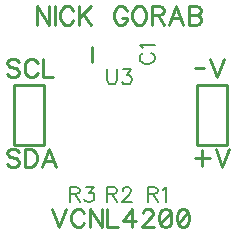
<source format=gto>
G04 DipTrace 3.2.0.1*
G04 09342-01_gorabn6_0_10.gto*
%MOIN*%
G04 #@! TF.FileFunction,Legend,Top*
G04 #@! TF.Part,Single*
%ADD10C,0.009843*%
%ADD38C,0.00772*%
%ADD39C,0.009264*%
%FSLAX26Y26*%
G04*
G70*
G90*
G75*
G01*
G04 TopSilk*
%LPD*%
X540004Y890260D2*
D10*
X440004D1*
X540004Y690260D2*
Y890260D1*
Y690260D2*
X440004D1*
Y890260D1*
X699491Y968429D2*
Y1019571D1*
X1050201Y690260D2*
X1150201D1*
X1050201Y890260D2*
Y690260D1*
Y890260D2*
X1150201D1*
Y690260D1*
X870141Y998219D2*
D38*
X865388Y995842D1*
X860579Y991034D1*
X858203Y986280D1*
Y976719D1*
X860579Y971910D1*
X865388Y967157D1*
X870141Y964725D1*
X877326Y962349D1*
X889320D1*
X896449Y964725D1*
X901258Y967157D1*
X906011Y971910D1*
X908443Y976719D1*
Y986280D1*
X906011Y991034D1*
X901258Y995842D1*
X896449Y998219D1*
X867820Y1013658D2*
X865388Y1018466D1*
X858258Y1025651D1*
X908443D1*
X885387Y527519D2*
X906887D1*
X914072Y529951D1*
X916504Y532327D1*
X918881Y537081D1*
Y541889D1*
X916504Y546642D1*
X914072Y549074D1*
X906887Y551451D1*
X885387D1*
Y501211D1*
X902134Y527519D2*
X918881Y501211D1*
X934320Y541834D2*
X939128Y544266D1*
X946313Y551395D1*
Y501211D1*
X749637Y527519D2*
X771137D1*
X778322Y529951D1*
X780754Y532327D1*
X783131Y537081D1*
Y541889D1*
X780754Y546642D1*
X778322Y549074D1*
X771137Y551451D1*
X749637D1*
Y501211D1*
X766384Y527519D2*
X783131Y501211D1*
X801002Y539457D2*
Y541834D1*
X803378Y546642D1*
X805755Y549019D1*
X810564Y551395D1*
X820125D1*
X824878Y549019D1*
X827255Y546642D1*
X829687Y541834D1*
Y537081D1*
X827255Y532272D1*
X822502Y525142D1*
X798570Y501211D1*
X832063D1*
X624637Y527519D2*
X646137D1*
X653322Y529951D1*
X655754Y532327D1*
X658131Y537081D1*
Y541889D1*
X655754Y546642D1*
X653322Y549074D1*
X646137Y551451D1*
X624637D1*
Y501211D1*
X641384Y527519D2*
X658131Y501211D1*
X678378Y551395D2*
X704631D1*
X690317Y532272D1*
X697502D1*
X702255Y529896D1*
X704631Y527519D1*
X707063Y520334D1*
Y515581D1*
X704631Y508396D1*
X699878Y503587D1*
X692693Y501211D1*
X685508D1*
X678378Y503587D1*
X676002Y506019D1*
X673570Y510772D1*
X749637Y943601D2*
Y907731D1*
X752014Y900546D1*
X756822Y895793D1*
X764008Y893361D1*
X768761D1*
X775946Y895793D1*
X780754Y900546D1*
X783131Y907731D1*
Y943601D1*
X803378Y943546D2*
X829631D1*
X815317Y924423D1*
X822502D1*
X827255Y922046D1*
X829631Y919669D1*
X832063Y912484D1*
Y907731D1*
X829631Y900546D1*
X824878Y895738D1*
X817693Y893361D1*
X810508D1*
X803378Y895738D1*
X801002Y898169D1*
X798570Y902923D1*
X565851Y478281D2*
D39*
X588799Y417993D1*
X611747Y478281D1*
X673318Y463955D2*
X670466Y469659D1*
X664696Y475429D1*
X658992Y478281D1*
X647518D1*
X641748Y475429D1*
X636044Y469659D1*
X633126Y463955D1*
X630274Y455333D1*
Y440941D1*
X633126Y432385D1*
X636044Y426615D1*
X641748Y420911D1*
X647518Y417993D1*
X658992D1*
X664696Y420911D1*
X670466Y426615D1*
X673318Y432385D1*
X732037Y478281D2*
Y417993D1*
X691845Y478281D1*
Y417993D1*
X750564Y478281D2*
Y417993D1*
X784986D1*
X832231D2*
Y478214D1*
X803513Y438089D1*
X846557D1*
X868002Y463889D2*
Y466741D1*
X870854Y472511D1*
X873706Y475363D1*
X879476Y478214D1*
X890950D1*
X896654Y475363D1*
X899506Y472511D1*
X902424Y466741D1*
Y461037D1*
X899506Y455267D1*
X893802Y446711D1*
X865084Y417993D1*
X905276D1*
X941047Y478214D2*
X932425Y475363D1*
X926655Y466741D1*
X923803Y452415D1*
Y443793D1*
X926655Y429467D1*
X932425Y420845D1*
X941047Y417993D1*
X946751D1*
X955373Y420845D1*
X961077Y429467D1*
X963995Y443793D1*
Y452415D1*
X961077Y466741D1*
X955373Y475363D1*
X946751Y478214D1*
X941047D1*
X961077Y466741D2*
X926655Y429467D1*
X999766Y478214D2*
X991144Y475363D1*
X985374Y466741D1*
X982522Y452415D1*
Y443793D1*
X985374Y429467D1*
X991144Y420845D1*
X999766Y417993D1*
X1005470D1*
X1014092Y420845D1*
X1019796Y429467D1*
X1022714Y443793D1*
Y452415D1*
X1019796Y466741D1*
X1014092Y475363D1*
X1005470Y478214D1*
X999766D1*
X1019796Y466741D2*
X985374Y429467D1*
X556043Y1153281D2*
Y1092993D1*
X515851Y1153281D1*
Y1092993D1*
X574570Y1153281D2*
Y1092993D1*
X636141Y1138955D2*
X633289Y1144659D1*
X627519Y1150429D1*
X621815Y1153281D1*
X610341D1*
X604571Y1150429D1*
X598867Y1144659D1*
X595949Y1138955D1*
X593097Y1130333D1*
Y1115941D1*
X595949Y1107385D1*
X598867Y1101615D1*
X604571Y1095911D1*
X610341Y1092993D1*
X621815D1*
X627519Y1095911D1*
X633289Y1101615D1*
X636141Y1107385D1*
X654668Y1153281D2*
Y1092993D1*
X694860Y1153281D2*
X654668Y1113089D1*
X668994Y1127481D2*
X694860Y1092993D1*
X814752Y1138955D2*
X811900Y1144659D1*
X806130Y1150429D1*
X800426Y1153281D1*
X788952D1*
X783182Y1150429D1*
X777479Y1144659D1*
X774560Y1138955D1*
X771708Y1130333D1*
Y1115941D1*
X774560Y1107385D1*
X777479Y1101615D1*
X783182Y1095911D1*
X788952Y1092993D1*
X800426D1*
X806130Y1095911D1*
X811900Y1101615D1*
X814752Y1107385D1*
Y1115941D1*
X800426D1*
X850524Y1153281D2*
X844753Y1150429D1*
X839050Y1144659D1*
X836131Y1138955D1*
X833279Y1130333D1*
Y1115941D1*
X836131Y1107385D1*
X839050Y1101615D1*
X844753Y1095911D1*
X850524Y1092993D1*
X861997D1*
X867701Y1095911D1*
X873471Y1101615D1*
X876323Y1107385D1*
X879175Y1115941D1*
Y1130333D1*
X876323Y1138955D1*
X873471Y1144659D1*
X867701Y1150429D1*
X861997Y1153281D1*
X850524D1*
X897702Y1124563D2*
X923502D1*
X932124Y1127481D1*
X935042Y1130333D1*
X937894Y1136037D1*
Y1141807D1*
X935042Y1147511D1*
X932124Y1150429D1*
X923502Y1153281D1*
X897702D1*
Y1092993D1*
X917798Y1124563D2*
X937894Y1092993D1*
X1002384D2*
X979369Y1153281D1*
X956421Y1092993D1*
X965043Y1113089D2*
X993762D1*
X1020911Y1153281D2*
Y1092993D1*
X1046777D1*
X1055399Y1095911D1*
X1058251Y1098763D1*
X1061103Y1104467D1*
Y1113089D1*
X1058251Y1118859D1*
X1055399Y1121711D1*
X1046777Y1124563D1*
X1055399Y1127481D1*
X1058251Y1130333D1*
X1061103Y1136037D1*
Y1141807D1*
X1058251Y1147511D1*
X1055399Y1150429D1*
X1046777Y1153281D1*
X1020911D1*
Y1124563D2*
X1046777D1*
X456042Y969659D2*
X450339Y975429D1*
X441717Y978281D1*
X430243D1*
X421621Y975429D1*
X415850Y969659D1*
Y963955D1*
X418769Y958185D1*
X421621Y955333D1*
X427324Y952482D1*
X444568Y946711D1*
X450339Y943859D1*
X453190Y940941D1*
X456042Y935237D1*
Y926615D1*
X450339Y920912D1*
X441717Y917993D1*
X430243D1*
X421621Y920912D1*
X415850Y926615D1*
X517613Y963955D2*
X514761Y969659D1*
X508991Y975429D1*
X503288Y978281D1*
X491814D1*
X486043Y975429D1*
X480340Y969659D1*
X477421Y963955D1*
X474569Y955333D1*
Y940941D1*
X477421Y932386D1*
X480340Y926615D1*
X486043Y920912D1*
X491814Y917993D1*
X503288D1*
X508991Y920912D1*
X514761Y926615D1*
X517613Y932386D1*
X536141Y978281D2*
Y917993D1*
X570562D1*
X456042Y669659D2*
X450339Y675429D1*
X441717Y678281D1*
X430243D1*
X421621Y675429D1*
X415850Y669659D1*
Y663955D1*
X418769Y658185D1*
X421621Y655333D1*
X427324Y652482D1*
X444568Y646711D1*
X450339Y643859D1*
X453190Y640941D1*
X456042Y635237D1*
Y626615D1*
X450339Y620912D1*
X441717Y617993D1*
X430243D1*
X421621Y620912D1*
X415850Y626615D1*
X474569Y678281D2*
Y617993D1*
X494665D1*
X503288Y620912D1*
X509058Y626615D1*
X511910Y632386D1*
X514761Y640941D1*
Y655333D1*
X511910Y663955D1*
X509058Y669659D1*
X503288Y675429D1*
X494665Y678281D1*
X474569D1*
X579251Y617993D2*
X556237Y678281D1*
X533289Y617993D1*
X541911Y638089D2*
X570629D1*
X1040850Y948104D2*
X1074012D1*
X1092539Y978281D2*
X1115487Y917993D1*
X1138435Y978281D1*
X1066650Y673937D2*
Y622271D1*
X1040850Y648071D2*
X1092516D1*
X1111043Y678281D2*
X1133991Y617993D1*
X1156939Y678281D1*
M02*

</source>
